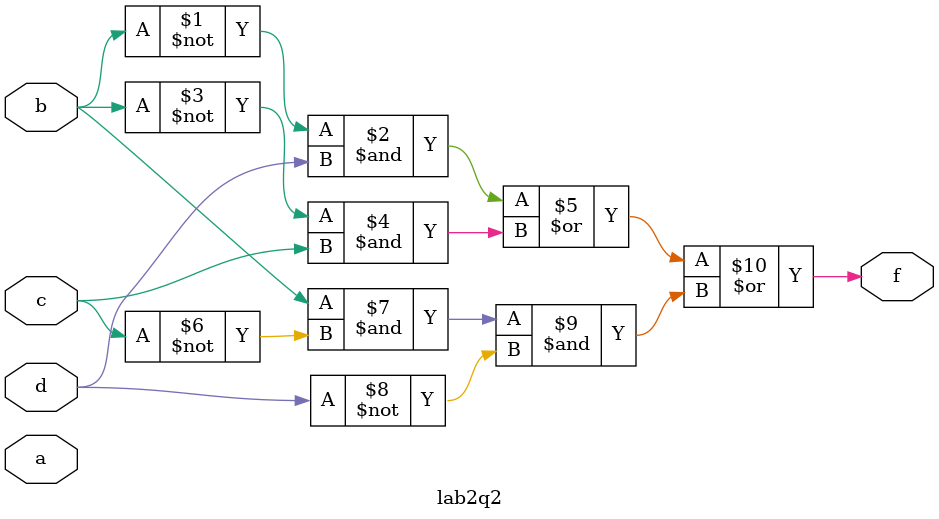
<source format=v>
module lab2q2(a,b,c,d,f);
input a,b,c,d;
output f;
assign f =(~b&d)|(~b&c)|(b&~c&~d);
endmodule

</source>
